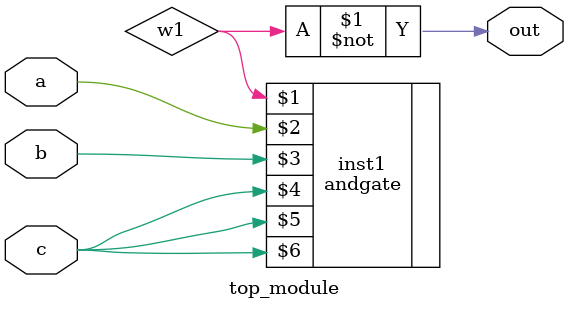
<source format=v>
module top_module (input a, input b, input c, output out);//
	
    wire w1;
    
    andgate inst1 ( w1, a, b, c, c, c );
    
    assign out = ~w1;

endmodule
</source>
